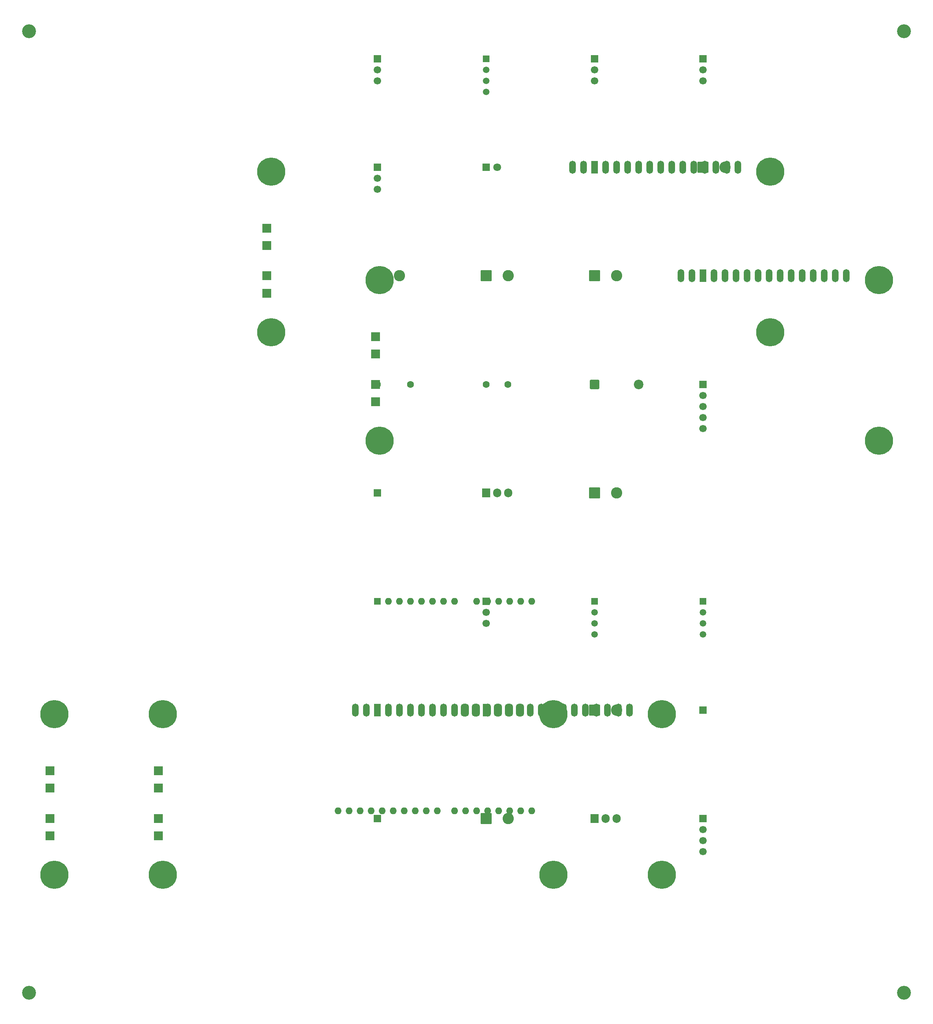
<source format=gbs>
%TF.GenerationSoftware,KiCad,Pcbnew,9.0.7*%
%TF.CreationDate,2026-02-17T01:20:27+05:30*%
%TF.ProjectId,design,64657369-676e-42e6-9b69-6361645f7063,rev?*%
%TF.SameCoordinates,Original*%
%TF.FileFunction,Soldermask,Bot*%
%TF.FilePolarity,Negative*%
%FSLAX46Y46*%
G04 Gerber Fmt 4.6, Leading zero omitted, Abs format (unit mm)*
G04 Created by KiCad (PCBNEW 9.0.7) date 2026-02-17 01:20:27*
%MOMM*%
%LPD*%
G01*
G04 APERTURE LIST*
G04 Aperture macros list*
%AMRoundRect*
0 Rectangle with rounded corners*
0 $1 Rounding radius*
0 $2 $3 $4 $5 $6 $7 $8 $9 X,Y pos of 4 corners*
0 Add a 4 corners polygon primitive as box body*
4,1,4,$2,$3,$4,$5,$6,$7,$8,$9,$2,$3,0*
0 Add four circle primitives for the rounded corners*
1,1,$1+$1,$2,$3*
1,1,$1+$1,$4,$5*
1,1,$1+$1,$6,$7*
1,1,$1+$1,$8,$9*
0 Add four rect primitives between the rounded corners*
20,1,$1+$1,$2,$3,$4,$5,0*
20,1,$1+$1,$4,$5,$6,$7,0*
20,1,$1+$1,$6,$7,$8,$9,0*
20,1,$1+$1,$8,$9,$2,$3,0*%
G04 Aperture macros list end*
%ADD10R,1.700000X1.700000*%
%ADD11C,1.700000*%
%ADD12RoundRect,0.250000X-1.050000X-1.050000X1.050000X-1.050000X1.050000X1.050000X-1.050000X1.050000X0*%
%ADD13C,2.600000*%
%ADD14C,3.200000*%
%ADD15R,1.905000X2.000000*%
%ADD16O,1.905000X2.000000*%
%ADD17R,1.500000X1.500000*%
%ADD18C,1.500000*%
%ADD19R,1.600000X1.600000*%
%ADD20O,1.600000X1.600000*%
%ADD21C,6.500000*%
%ADD22R,1.500000X3.000000*%
%ADD23O,1.500000X3.000000*%
%ADD24R,2.000000X2.000000*%
%ADD25C,1.600000*%
%ADD26RoundRect,0.249999X-0.850001X-0.850001X0.850001X-0.850001X0.850001X0.850001X-0.850001X0.850001X0*%
%ADD27C,2.200000*%
%ADD28R,1.800000X1.800000*%
%ADD29C,1.800000*%
G04 APERTURE END LIST*
D10*
%TO.C,U55*%
X125000000Y-225000000D03*
D11*
X125000000Y-227540000D03*
X125000000Y-230080000D03*
X125000000Y-232620000D03*
%TD*%
D12*
%TO.C,M18*%
X75000000Y-100000000D03*
D13*
X80080000Y-100000000D03*
%TD*%
D10*
%TO.C,U10*%
X50000000Y-75000000D03*
D11*
X50000000Y-77540000D03*
X50000000Y-80080000D03*
%TD*%
D14*
%TO.C,REF\u002A\u002A*%
X-30275000Y-43651750D03*
%TD*%
D12*
%TO.C,M19*%
X100000000Y-100000000D03*
D13*
X105080000Y-100000000D03*
%TD*%
D15*
%TO.C,U54*%
X100000000Y-225000000D03*
D16*
X102540000Y-225000000D03*
X105080000Y-225000000D03*
%TD*%
D17*
%TO.C,U39*%
X125000000Y-175000000D03*
D18*
X125000000Y-177540000D03*
X125000000Y-180080000D03*
X125000000Y-182620000D03*
%TD*%
D12*
%TO.C,M16*%
X125000000Y-75000000D03*
D13*
X130080000Y-75000000D03*
%TD*%
D10*
%TO.C,U52*%
X50000000Y-225000000D03*
%TD*%
%TO.C,U26*%
X125000000Y-125000000D03*
D11*
X125000000Y-127540000D03*
X125000000Y-130080000D03*
X125000000Y-132620000D03*
X125000000Y-135160000D03*
%TD*%
D19*
%TO.C,U35*%
X50000000Y-175000000D03*
D20*
X52540000Y-175000000D03*
X55080000Y-175000000D03*
X57620000Y-175000000D03*
X60160000Y-175000000D03*
X62700000Y-175000000D03*
X65240000Y-175000000D03*
X67780000Y-175000000D03*
X72860000Y-175000000D03*
X75400000Y-175000000D03*
X77940000Y-175000000D03*
X80480000Y-175000000D03*
X83020000Y-175000000D03*
X85560000Y-175000000D03*
X85560000Y-223260000D03*
X83020000Y-223260000D03*
X80480000Y-223260000D03*
X77940000Y-223260000D03*
X75400000Y-223260000D03*
X72860000Y-223260000D03*
X70320000Y-223260000D03*
X67780000Y-223260000D03*
X63720000Y-223260000D03*
X61180000Y-223260000D03*
X58640000Y-223260000D03*
X56100000Y-223260000D03*
X53560000Y-223260000D03*
X51020000Y-223260000D03*
X48480000Y-223260000D03*
X45940000Y-223260000D03*
X43400000Y-223260000D03*
X40860000Y-223260000D03*
%TD*%
D12*
%TO.C,BT53*%
X75000000Y-225000000D03*
D13*
X80080000Y-225000000D03*
%TD*%
D10*
%TO.C,U3*%
X50000000Y-50000000D03*
D11*
X50000000Y-52540000D03*
X50000000Y-55080000D03*
%TD*%
D17*
%TO.C,U38*%
X100000000Y-175000000D03*
D18*
X100000000Y-177540000D03*
X100000000Y-180080000D03*
X100000000Y-182620000D03*
%TD*%
D17*
%TO.C,U4*%
X75000000Y-50000000D03*
D18*
X75000000Y-52540000D03*
X75000000Y-55080000D03*
X75000000Y-57620000D03*
%TD*%
D21*
%TO.C,U46*%
X500000Y-201000000D03*
X500000Y-238000000D03*
X115500000Y-201000000D03*
X115500000Y-238000000D03*
D22*
X75000000Y-200000000D03*
D23*
X77540000Y-200000000D03*
X80080000Y-200000000D03*
X82620000Y-200000000D03*
X85160000Y-200000000D03*
X87700000Y-200000000D03*
X90240000Y-200000000D03*
X92780000Y-200000000D03*
X95320000Y-200000000D03*
X97860000Y-200000000D03*
X100400000Y-200000000D03*
X102940000Y-200000000D03*
X105480000Y-200000000D03*
X108020000Y-200000000D03*
X72460000Y-200000000D03*
X69920000Y-200000000D03*
D24*
X-500000Y-214000000D03*
X-500000Y-225000000D03*
X-500000Y-218000000D03*
X-500000Y-229000000D03*
%TD*%
D10*
%TO.C,U9*%
X125000000Y-50000000D03*
D11*
X125000000Y-52540000D03*
X125000000Y-55080000D03*
%TD*%
D21*
%TO.C,U45*%
X-24500000Y-201000000D03*
X-24500000Y-238000000D03*
X90500000Y-201000000D03*
X90500000Y-238000000D03*
D22*
X50000000Y-200000000D03*
D23*
X52540000Y-200000000D03*
X55080000Y-200000000D03*
X57620000Y-200000000D03*
X60160000Y-200000000D03*
X62700000Y-200000000D03*
X65240000Y-200000000D03*
X67780000Y-200000000D03*
X70320000Y-200000000D03*
X72860000Y-200000000D03*
X75400000Y-200000000D03*
X77940000Y-200000000D03*
X80480000Y-200000000D03*
X83020000Y-200000000D03*
X47460000Y-200000000D03*
X44920000Y-200000000D03*
D24*
X-25500000Y-214000000D03*
X-25500000Y-225000000D03*
X-25500000Y-218000000D03*
X-25500000Y-229000000D03*
%TD*%
D25*
%TO.C,C23*%
X75000000Y-125000000D03*
X80000000Y-125000000D03*
%TD*%
D21*
%TO.C,U21*%
X50500000Y-101000000D03*
X50500000Y-138000000D03*
X165500000Y-101000000D03*
X165500000Y-138000000D03*
D22*
X125000000Y-100000000D03*
D23*
X127540000Y-100000000D03*
X130080000Y-100000000D03*
X132620000Y-100000000D03*
X135160000Y-100000000D03*
X137700000Y-100000000D03*
X140240000Y-100000000D03*
X142780000Y-100000000D03*
X145320000Y-100000000D03*
X147860000Y-100000000D03*
X150400000Y-100000000D03*
X152940000Y-100000000D03*
X155480000Y-100000000D03*
X158020000Y-100000000D03*
X122460000Y-100000000D03*
X119920000Y-100000000D03*
D24*
X49500000Y-114000000D03*
X49500000Y-125000000D03*
X49500000Y-118000000D03*
X49500000Y-129000000D03*
%TD*%
D26*
%TO.C,D25*%
X100000000Y-125000000D03*
D27*
X110160000Y-125000000D03*
%TD*%
D14*
%TO.C,REF\u002A\u002A*%
X171275000Y-43651750D03*
%TD*%
D10*
%TO.C,J51*%
X125000000Y-200000000D03*
%TD*%
D15*
%TO.C,U29*%
X75000000Y-150000000D03*
D16*
X77540000Y-150000000D03*
X80080000Y-150000000D03*
%TD*%
D12*
%TO.C,BT30*%
X100000000Y-150000000D03*
D13*
X105080000Y-150000000D03*
%TD*%
D10*
%TO.C,J27*%
X50000000Y-150000000D03*
%TD*%
D12*
%TO.C,M17*%
X50000000Y-100000000D03*
D13*
X55080000Y-100000000D03*
%TD*%
D21*
%TO.C,U13*%
X25500000Y-76000000D03*
X25500000Y-113000000D03*
X140500000Y-76000000D03*
X140500000Y-113000000D03*
D22*
X100000000Y-75000000D03*
D23*
X102540000Y-75000000D03*
X105080000Y-75000000D03*
X107620000Y-75000000D03*
X110160000Y-75000000D03*
X112700000Y-75000000D03*
X115240000Y-75000000D03*
X117780000Y-75000000D03*
X120320000Y-75000000D03*
X122860000Y-75000000D03*
X125400000Y-75000000D03*
X127940000Y-75000000D03*
X130480000Y-75000000D03*
X133020000Y-75000000D03*
X97460000Y-75000000D03*
X94920000Y-75000000D03*
D24*
X24500000Y-89000000D03*
X24500000Y-100000000D03*
X24500000Y-93000000D03*
X24500000Y-104000000D03*
%TD*%
D14*
%TO.C,REF\u002A\u002A*%
X-30275000Y-265125000D03*
%TD*%
D10*
%TO.C,U5*%
X100000000Y-50000000D03*
D11*
X100000000Y-52540000D03*
X100000000Y-55080000D03*
%TD*%
D14*
%TO.C,REF\u002A\u002A*%
X171275000Y-265125000D03*
%TD*%
D12*
%TO.C,M48*%
X100000000Y-200000000D03*
D13*
X105080000Y-200000000D03*
%TD*%
D28*
%TO.C,D12*%
X75000000Y-75000000D03*
D29*
X77540000Y-75000000D03*
%TD*%
D25*
%TO.C,R22*%
X50000000Y-125000000D03*
X57620000Y-125000000D03*
%TD*%
D10*
%TO.C,U37*%
X75000000Y-175000000D03*
D11*
X75000000Y-177540000D03*
X75000000Y-180080000D03*
%TD*%
M02*

</source>
